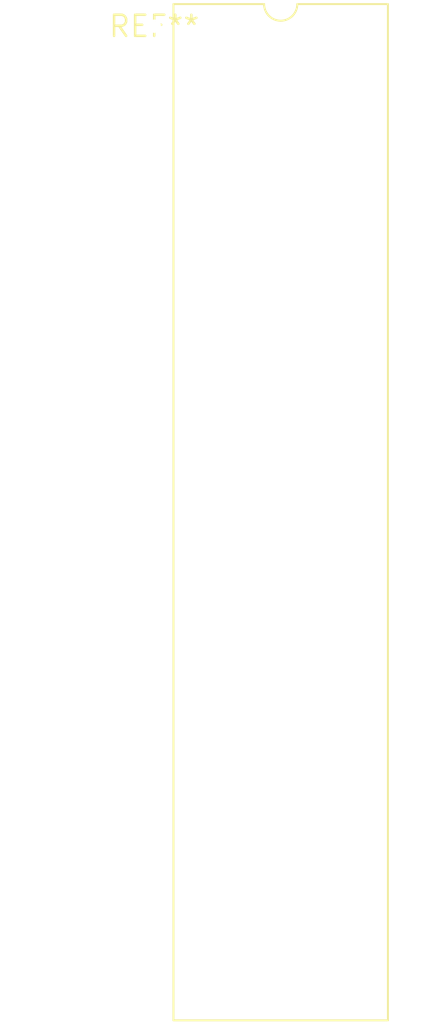
<source format=kicad_pcb>
(kicad_pcb (version 20240108) (generator pcbnew)
  (layers (0 "F.Cu" signal) (31 "B.Cu" signal) (34 "B.Paste" user) (35 "F.Paste" user) (36 "B.SilkS" user "B.Silkscreen") (37 "F.SilkS" user "F.Silkscreen") (38 "B.Mask" user) (39 "F.Mask" user) (44 "Edge.Cuts" user))
  (net 0 "")
  (footprint "DIP-48_W15.24mm" (layer "F.Cu") (at 0 0)
    (property "Reference" "REF**")
    (property "Value" "DIP-48_W15.24mm")
    (fp_line (start 1.16 -1.33) (end 1.16 59.75) (layer "F.SilkS") (stroke (width 0.12)))
    (fp_line (start 1.16 59.75) (end 14.08 59.75) (layer "F.SilkS") (stroke (width 0.12)))
    (fp_line (start 6.62 -1.33) (end 1.16 -1.33) (layer "F.SilkS") (stroke (width 0.12)))
    (fp_line (start 14.08 -1.33) (end 8.62 -1.33) (layer "F.SilkS") (stroke (width 0.12)))
    (fp_line (start 14.08 59.75) (end 14.08 -1.33) (layer "F.SilkS") (stroke (width 0.12)))
    (fp_arc (start 8.62 -1.33) (mid 7.62 -0.33) (end 6.62 -1.33) (layer "F.SilkS") (stroke (width 0.12)))
    (pad "1" thru_hole rect (at 0 0) (size 1.6 1.6) (drill 0.8) (layers *.Cu *.Mask) (remove_unused_layers))
    (pad "2" thru_hole oval (at 0 2.54) (size 1.6 1.6) (drill 0.8) (layers *.Cu *.Mask) (remove_unused_layers))
    (pad "3" thru_hole oval (at 0 5.08) (size 1.6 1.6) (drill 0.8) (layers *.Cu *.Mask) (remove_unused_layers))
    (pad "4" thru_hole oval (at 0 7.62) (size 1.6 1.6) (drill 0.8) (layers *.Cu *.Mask) (remove_unused_layers))
    (pad "5" thru_hole oval (at 0 10.16) (size 1.6 1.6) (drill 0.8) (layers *.Cu *.Mask) (remove_unused_layers))
    (pad "6" thru_hole oval (at 0 12.7) (size 1.6 1.6) (drill 0.8) (layers *.Cu *.Mask) (remove_unused_layers))
    (pad "7" thru_hole oval (at 0 15.24) (size 1.6 1.6) (drill 0.8) (layers *.Cu *.Mask) (remove_unused_layers))
    (pad "8" thru_hole oval (at 0 17.78) (size 1.6 1.6) (drill 0.8) (layers *.Cu *.Mask) (remove_unused_layers))
    (pad "9" thru_hole oval (at 0 20.32) (size 1.6 1.6) (drill 0.8) (layers *.Cu *.Mask) (remove_unused_layers))
    (pad "10" thru_hole oval (at 0 22.86) (size 1.6 1.6) (drill 0.8) (layers *.Cu *.Mask) (remove_unused_layers))
    (pad "11" thru_hole oval (at 0 25.4) (size 1.6 1.6) (drill 0.8) (layers *.Cu *.Mask) (remove_unused_layers))
    (pad "12" thru_hole oval (at 0 27.94) (size 1.6 1.6) (drill 0.8) (layers *.Cu *.Mask) (remove_unused_layers))
    (pad "13" thru_hole oval (at 0 30.48) (size 1.6 1.6) (drill 0.8) (layers *.Cu *.Mask) (remove_unused_layers))
    (pad "14" thru_hole oval (at 0 33.02) (size 1.6 1.6) (drill 0.8) (layers *.Cu *.Mask) (remove_unused_layers))
    (pad "15" thru_hole oval (at 0 35.56) (size 1.6 1.6) (drill 0.8) (layers *.Cu *.Mask) (remove_unused_layers))
    (pad "16" thru_hole oval (at 0 38.1) (size 1.6 1.6) (drill 0.8) (layers *.Cu *.Mask) (remove_unused_layers))
    (pad "17" thru_hole oval (at 0 40.64) (size 1.6 1.6) (drill 0.8) (layers *.Cu *.Mask) (remove_unused_layers))
    (pad "18" thru_hole oval (at 0 43.18) (size 1.6 1.6) (drill 0.8) (layers *.Cu *.Mask) (remove_unused_layers))
    (pad "19" thru_hole oval (at 0 45.72) (size 1.6 1.6) (drill 0.8) (layers *.Cu *.Mask) (remove_unused_layers))
    (pad "20" thru_hole oval (at 0 48.26) (size 1.6 1.6) (drill 0.8) (layers *.Cu *.Mask) (remove_unused_layers))
    (pad "21" thru_hole oval (at 0 50.8) (size 1.6 1.6) (drill 0.8) (layers *.Cu *.Mask) (remove_unused_layers))
    (pad "22" thru_hole oval (at 0 53.34) (size 1.6 1.6) (drill 0.8) (layers *.Cu *.Mask) (remove_unused_layers))
    (pad "23" thru_hole oval (at 0 55.88) (size 1.6 1.6) (drill 0.8) (layers *.Cu *.Mask) (remove_unused_layers))
    (pad "24" thru_hole oval (at 0 58.42) (size 1.6 1.6) (drill 0.8) (layers *.Cu *.Mask) (remove_unused_layers))
    (pad "25" thru_hole oval (at 15.24 58.42) (size 1.6 1.6) (drill 0.8) (layers *.Cu *.Mask) (remove_unused_layers))
    (pad "26" thru_hole oval (at 15.24 55.88) (size 1.6 1.6) (drill 0.8) (layers *.Cu *.Mask) (remove_unused_layers))
    (pad "27" thru_hole oval (at 15.24 53.34) (size 1.6 1.6) (drill 0.8) (layers *.Cu *.Mask) (remove_unused_layers))
    (pad "28" thru_hole oval (at 15.24 50.8) (size 1.6 1.6) (drill 0.8) (layers *.Cu *.Mask) (remove_unused_layers))
    (pad "29" thru_hole oval (at 15.24 48.26) (size 1.6 1.6) (drill 0.8) (layers *.Cu *.Mask) (remove_unused_layers))
    (pad "30" thru_hole oval (at 15.24 45.72) (size 1.6 1.6) (drill 0.8) (layers *.Cu *.Mask) (remove_unused_layers))
    (pad "31" thru_hole oval (at 15.24 43.18) (size 1.6 1.6) (drill 0.8) (layers *.Cu *.Mask) (remove_unused_layers))
    (pad "32" thru_hole oval (at 15.24 40.64) (size 1.6 1.6) (drill 0.8) (layers *.Cu *.Mask) (remove_unused_layers))
    (pad "33" thru_hole oval (at 15.24 38.1) (size 1.6 1.6) (drill 0.8) (layers *.Cu *.Mask) (remove_unused_layers))
    (pad "34" thru_hole oval (at 15.24 35.56) (size 1.6 1.6) (drill 0.8) (layers *.Cu *.Mask) (remove_unused_layers))
    (pad "35" thru_hole oval (at 15.24 33.02) (size 1.6 1.6) (drill 0.8) (layers *.Cu *.Mask) (remove_unused_layers))
    (pad "36" thru_hole oval (at 15.24 30.48) (size 1.6 1.6) (drill 0.8) (layers *.Cu *.Mask) (remove_unused_layers))
    (pad "37" thru_hole oval (at 15.24 27.94) (size 1.6 1.6) (drill 0.8) (layers *.Cu *.Mask) (remove_unused_layers))
    (pad "38" thru_hole oval (at 15.24 25.4) (size 1.6 1.6) (drill 0.8) (layers *.Cu *.Mask) (remove_unused_layers))
    (pad "39" thru_hole oval (at 15.24 22.86) (size 1.6 1.6) (drill 0.8) (layers *.Cu *.Mask) (remove_unused_layers))
    (pad "40" thru_hole oval (at 15.24 20.32) (size 1.6 1.6) (drill 0.8) (layers *.Cu *.Mask) (remove_unused_layers))
    (pad "41" thru_hole oval (at 15.24 17.78) (size 1.6 1.6) (drill 0.8) (layers *.Cu *.Mask) (remove_unused_layers))
    (pad "42" thru_hole oval (at 15.24 15.24) (size 1.6 1.6) (drill 0.8) (layers *.Cu *.Mask) (remove_unused_layers))
    (pad "43" thru_hole oval (at 15.24 12.7) (size 1.6 1.6) (drill 0.8) (layers *.Cu *.Mask) (remove_unused_layers))
    (pad "44" thru_hole oval (at 15.24 10.16) (size 1.6 1.6) (drill 0.8) (layers *.Cu *.Mask) (remove_unused_layers))
    (pad "45" thru_hole oval (at 15.24 7.62) (size 1.6 1.6) (drill 0.8) (layers *.Cu *.Mask) (remove_unused_layers))
    (pad "46" thru_hole oval (at 15.24 5.08) (size 1.6 1.6) (drill 0.8) (layers *.Cu *.Mask) (remove_unused_layers))
    (pad "47" thru_hole oval (at 15.24 2.54) (size 1.6 1.6) (drill 0.8) (layers *.Cu *.Mask) (remove_unused_layers))
    (pad "48" thru_hole oval (at 15.24 0) (size 1.6 1.6) (drill 0.8) (layers *.Cu *.Mask) (remove_unused_layers))
  )
)
</source>
